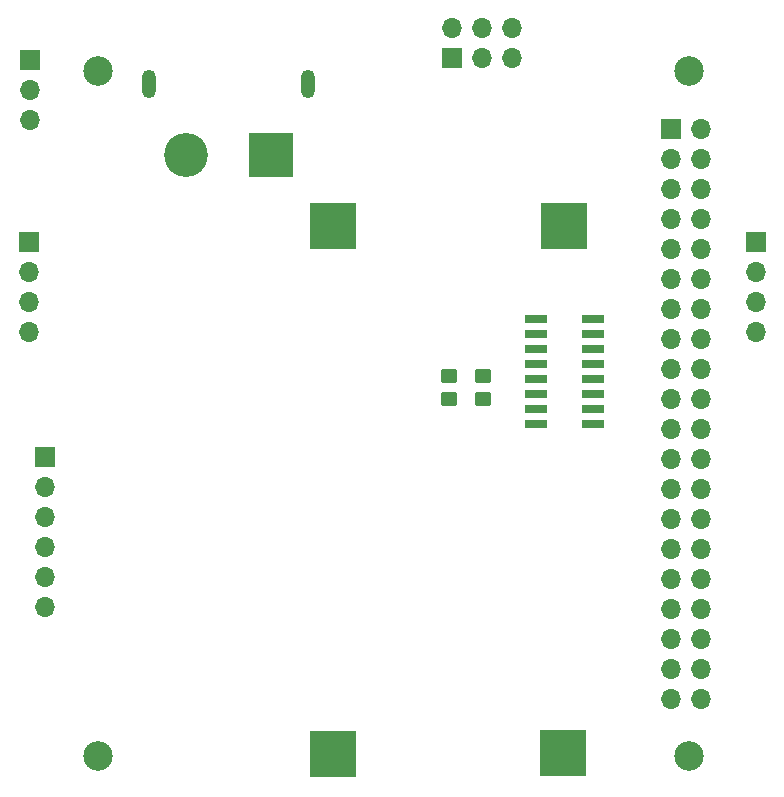
<source format=gbr>
%TF.GenerationSoftware,KiCad,Pcbnew,6.0.8-f2edbf62ab~116~ubuntu22.04.1*%
%TF.CreationDate,2022-11-23T04:02:49-05:00*%
%TF.ProjectId,Pi_HAT_Simple_V3,50695f48-4154-45f5-9369-6d706c655f56,rev?*%
%TF.SameCoordinates,Original*%
%TF.FileFunction,Soldermask,Bot*%
%TF.FilePolarity,Negative*%
%FSLAX46Y46*%
G04 Gerber Fmt 4.6, Leading zero omitted, Abs format (unit mm)*
G04 Created by KiCad (PCBNEW 6.0.8-f2edbf62ab~116~ubuntu22.04.1) date 2022-11-23 04:02:49*
%MOMM*%
%LPD*%
G01*
G04 APERTURE LIST*
G04 Aperture macros list*
%AMRoundRect*
0 Rectangle with rounded corners*
0 $1 Rounding radius*
0 $2 $3 $4 $5 $6 $7 $8 $9 X,Y pos of 4 corners*
0 Add a 4 corners polygon primitive as box body*
4,1,4,$2,$3,$4,$5,$6,$7,$8,$9,$2,$3,0*
0 Add four circle primitives for the rounded corners*
1,1,$1+$1,$2,$3*
1,1,$1+$1,$4,$5*
1,1,$1+$1,$6,$7*
1,1,$1+$1,$8,$9*
0 Add four rect primitives between the rounded corners*
20,1,$1+$1,$2,$3,$4,$5,0*
20,1,$1+$1,$4,$5,$6,$7,0*
20,1,$1+$1,$6,$7,$8,$9,0*
20,1,$1+$1,$8,$9,$2,$3,0*%
G04 Aperture macros list end*
%ADD10RoundRect,0.250000X0.450000X-0.350000X0.450000X0.350000X-0.450000X0.350000X-0.450000X-0.350000X0*%
%ADD11RoundRect,0.250000X-0.450000X0.350000X-0.450000X-0.350000X0.450000X-0.350000X0.450000X0.350000X0*%
%ADD12R,1.700000X1.700000*%
%ADD13O,1.700000X1.700000*%
%ADD14C,2.500000*%
%ADD15R,3.716000X3.716000*%
%ADD16C,3.716000*%
%ADD17O,1.200000X2.400000*%
%ADD18R,4.000000X4.000000*%
%ADD19RoundRect,0.042000X-0.908000X-0.258000X0.908000X-0.258000X0.908000X0.258000X-0.908000X0.258000X0*%
G04 APERTURE END LIST*
D10*
%TO.C,R2*%
X135100000Y-102300000D03*
X135100000Y-100300000D03*
%TD*%
D11*
%TO.C,R1*%
X132200000Y-100300000D03*
X132200000Y-102300000D03*
%TD*%
D12*
%TO.C,J3*%
X132425000Y-73425000D03*
D13*
X132425000Y-70885000D03*
X134965000Y-73425000D03*
X134965000Y-70885000D03*
X137505000Y-73425000D03*
X137505000Y-70885000D03*
%TD*%
D14*
%TO.C,H1*%
X152500000Y-74500000D03*
%TD*%
%TO.C,H2*%
X102500000Y-74500000D03*
%TD*%
%TO.C,H3*%
X102500000Y-132500000D03*
%TD*%
D12*
%TO.C,J1*%
X98000000Y-107200000D03*
D13*
X98000000Y-109740000D03*
X98000000Y-112280000D03*
X98000000Y-114820000D03*
X98000000Y-117360000D03*
X98000000Y-119900000D03*
%TD*%
D14*
%TO.C,H4*%
X152500000Y-132500000D03*
%TD*%
D12*
%TO.C,J2*%
X151000000Y-79400000D03*
D13*
X153540000Y-79400000D03*
X151000000Y-81940000D03*
X153540000Y-81940000D03*
X151000000Y-84480000D03*
X153540000Y-84480000D03*
X151000000Y-87020000D03*
X153540000Y-87020000D03*
X151000000Y-89560000D03*
X153540000Y-89560000D03*
X151000000Y-92100000D03*
X153540000Y-92100000D03*
X151000000Y-94640000D03*
X153540000Y-94640000D03*
X151000000Y-97180000D03*
X153540000Y-97180000D03*
X151000000Y-99720000D03*
X153540000Y-99720000D03*
X151000000Y-102260000D03*
X153540000Y-102260000D03*
X151000000Y-104800000D03*
X153540000Y-104800000D03*
X151000000Y-107340000D03*
X153540000Y-107340000D03*
X151000000Y-109880000D03*
X153540000Y-109880000D03*
X151000000Y-112420000D03*
X153540000Y-112420000D03*
X151000000Y-114960000D03*
X153540000Y-114960000D03*
X151000000Y-117500000D03*
X153540000Y-117500000D03*
X151000000Y-120040000D03*
X153540000Y-120040000D03*
X151000000Y-122580000D03*
X153540000Y-122580000D03*
X151000000Y-125120000D03*
X153540000Y-125120000D03*
X151000000Y-127660000D03*
X153540000Y-127660000D03*
%TD*%
D15*
%TO.C,J4*%
X117100000Y-81600000D03*
D16*
X109900000Y-81600000D03*
D17*
X120250000Y-75600000D03*
X106750000Y-75600000D03*
%TD*%
D12*
%TO.C,J5*%
X96700000Y-73550000D03*
D13*
X96700000Y-76090000D03*
X96700000Y-78630000D03*
%TD*%
D12*
%TO.C,J8*%
X158150000Y-89000000D03*
D13*
X158150000Y-91540000D03*
X158150000Y-94080000D03*
X158150000Y-96620000D03*
%TD*%
D12*
%TO.C,J9*%
X96600000Y-89000000D03*
D13*
X96600000Y-91540000D03*
X96600000Y-94080000D03*
X96600000Y-96620000D03*
%TD*%
D18*
%TO.C,U1*%
X141852000Y-132236000D03*
X122400000Y-132350000D03*
X141900000Y-87600000D03*
X122400000Y-87600000D03*
%TD*%
D19*
%TO.C,U2*%
X139507500Y-104355000D03*
X139507500Y-103085000D03*
X139507500Y-101815000D03*
X139507500Y-100545000D03*
X139507500Y-99275000D03*
X139507500Y-98005000D03*
X139507500Y-96735000D03*
X139507500Y-95465000D03*
X144417500Y-95465000D03*
X144417500Y-96735000D03*
X144417500Y-98005000D03*
X144417500Y-99275000D03*
X144417500Y-100545000D03*
X144417500Y-101815000D03*
X144417500Y-103085000D03*
X144417500Y-104355000D03*
%TD*%
M02*

</source>
